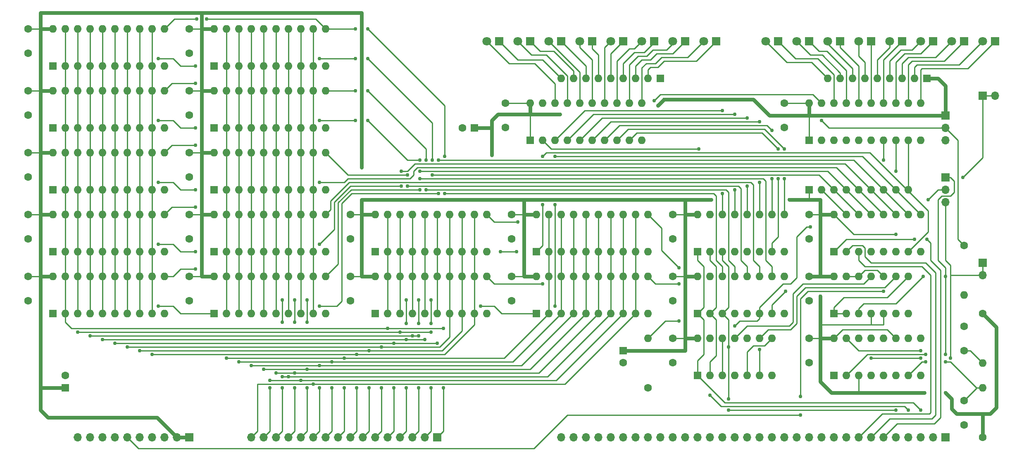
<source format=gtl>
G04 #@! TF.GenerationSoftware,KiCad,Pcbnew,(7.0.0)*
G04 #@! TF.CreationDate,2024-11-17T17:29:26-08:00*
G04 #@! TF.ProjectId,multi_register,6d756c74-695f-4726-9567-69737465722e,rev?*
G04 #@! TF.SameCoordinates,Original*
G04 #@! TF.FileFunction,Copper,L1,Top*
G04 #@! TF.FilePolarity,Positive*
%FSLAX46Y46*%
G04 Gerber Fmt 4.6, Leading zero omitted, Abs format (unit mm)*
G04 Created by KiCad (PCBNEW (7.0.0)) date 2024-11-17 17:29:26*
%MOMM*%
%LPD*%
G01*
G04 APERTURE LIST*
G04 #@! TA.AperFunction,ComponentPad*
%ADD10R,1.600000X1.600000*%
G04 #@! TD*
G04 #@! TA.AperFunction,ComponentPad*
%ADD11O,1.600000X1.600000*%
G04 #@! TD*
G04 #@! TA.AperFunction,ComponentPad*
%ADD12C,1.600000*%
G04 #@! TD*
G04 #@! TA.AperFunction,ComponentPad*
%ADD13R,1.800000X1.800000*%
G04 #@! TD*
G04 #@! TA.AperFunction,ComponentPad*
%ADD14C,1.800000*%
G04 #@! TD*
G04 #@! TA.AperFunction,ComponentPad*
%ADD15R,1.700000X1.700000*%
G04 #@! TD*
G04 #@! TA.AperFunction,ComponentPad*
%ADD16O,1.700000X1.700000*%
G04 #@! TD*
G04 #@! TA.AperFunction,ViaPad*
%ADD17C,0.762000*%
G04 #@! TD*
G04 #@! TA.AperFunction,Conductor*
%ADD18C,0.254000*%
G04 #@! TD*
G04 #@! TA.AperFunction,Conductor*
%ADD19C,0.762000*%
G04 #@! TD*
G04 APERTURE END LIST*
D10*
X91439999Y-119379999D03*
D11*
X93979999Y-119379999D03*
X96519999Y-119379999D03*
X99059999Y-119379999D03*
X101599999Y-119379999D03*
X104139999Y-119379999D03*
X106679999Y-119379999D03*
X109219999Y-119379999D03*
X111759999Y-119379999D03*
X114299999Y-119379999D03*
X114299999Y-111759999D03*
X111759999Y-111759999D03*
X109219999Y-111759999D03*
X106679999Y-111759999D03*
X104139999Y-111759999D03*
X101599999Y-111759999D03*
X99059999Y-111759999D03*
X96519999Y-111759999D03*
X93979999Y-111759999D03*
X91439999Y-111759999D03*
D12*
X245110000Y-122000000D03*
X245110000Y-127000000D03*
D10*
X124459999Y-119379999D03*
D11*
X126999999Y-119379999D03*
X129539999Y-119379999D03*
X132079999Y-119379999D03*
X134619999Y-119379999D03*
X137159999Y-119379999D03*
X139699999Y-119379999D03*
X142239999Y-119379999D03*
X144779999Y-119379999D03*
X147319999Y-119379999D03*
X147319999Y-111759999D03*
X144779999Y-111759999D03*
X142239999Y-111759999D03*
X139699999Y-111759999D03*
X137159999Y-111759999D03*
X134619999Y-111759999D03*
X132079999Y-111759999D03*
X129539999Y-111759999D03*
X126999999Y-111759999D03*
X124459999Y-111759999D03*
D12*
X53340000Y-65960000D03*
X53340000Y-60960000D03*
D13*
X187959999Y-63499999D03*
D14*
X185420000Y-63500000D03*
D12*
X208280000Y-81200000D03*
X208280000Y-76200000D03*
X248920000Y-119380000D03*
D11*
X248919999Y-129539999D03*
D10*
X91439999Y-81279999D03*
D11*
X93979999Y-81279999D03*
X96519999Y-81279999D03*
X99059999Y-81279999D03*
X101599999Y-81279999D03*
X104139999Y-81279999D03*
X106679999Y-81279999D03*
X109219999Y-81279999D03*
X111759999Y-81279999D03*
X114299999Y-81279999D03*
X114299999Y-73659999D03*
X111759999Y-73659999D03*
X109219999Y-73659999D03*
X106679999Y-73659999D03*
X104139999Y-73659999D03*
X101599999Y-73659999D03*
X99059999Y-73659999D03*
X96519999Y-73659999D03*
X93979999Y-73659999D03*
X91439999Y-73659999D03*
D12*
X245110000Y-105410000D03*
D11*
X245109999Y-115569999D03*
D12*
X151130000Y-81200000D03*
X151130000Y-76200000D03*
D10*
X91439999Y-68579999D03*
D11*
X93979999Y-68579999D03*
X96519999Y-68579999D03*
X99059999Y-68579999D03*
X101599999Y-68579999D03*
X104139999Y-68579999D03*
X106679999Y-68579999D03*
X109219999Y-68579999D03*
X111759999Y-68579999D03*
X114299999Y-68579999D03*
X114299999Y-60959999D03*
X111759999Y-60959999D03*
X109219999Y-60959999D03*
X106679999Y-60959999D03*
X104139999Y-60959999D03*
X101599999Y-60959999D03*
X99059999Y-60959999D03*
X96519999Y-60959999D03*
X93979999Y-60959999D03*
X91439999Y-60959999D03*
D10*
X190499999Y-106679999D03*
D11*
X193039999Y-106679999D03*
X195579999Y-106679999D03*
X198119999Y-106679999D03*
X200659999Y-106679999D03*
X203199999Y-106679999D03*
X205739999Y-106679999D03*
X208279999Y-106679999D03*
X208279999Y-99059999D03*
X205739999Y-99059999D03*
X203199999Y-99059999D03*
X200659999Y-99059999D03*
X198119999Y-99059999D03*
X195579999Y-99059999D03*
X193039999Y-99059999D03*
X190499999Y-99059999D03*
D13*
X251459999Y-63499999D03*
D14*
X248920000Y-63500000D03*
D13*
X213359999Y-63499999D03*
D14*
X210820000Y-63500000D03*
D13*
X245109999Y-63499999D03*
D14*
X242570000Y-63500000D03*
D10*
X213359999Y-83819999D03*
D11*
X215899999Y-83819999D03*
X218439999Y-83819999D03*
X220979999Y-83819999D03*
X223519999Y-83819999D03*
X226059999Y-83819999D03*
X228599999Y-83819999D03*
X231139999Y-83819999D03*
X233679999Y-83819999D03*
X236219999Y-83819999D03*
X236219999Y-76199999D03*
X233679999Y-76199999D03*
X231139999Y-76199999D03*
X228599999Y-76199999D03*
X226059999Y-76199999D03*
X223519999Y-76199999D03*
X220979999Y-76199999D03*
X218439999Y-76199999D03*
X215899999Y-76199999D03*
X213359999Y-76199999D03*
D13*
X149796499Y-63499999D03*
D14*
X147256500Y-63500000D03*
D12*
X86360000Y-65960000D03*
X86360000Y-60960000D03*
X53340000Y-104060000D03*
X53340000Y-99060000D03*
D10*
X60959999Y-134619999D03*
D12*
X60960000Y-132120000D03*
D13*
X207009999Y-63499999D03*
D14*
X204470000Y-63500000D03*
D13*
X181609999Y-63499999D03*
D14*
X179070000Y-63500000D03*
D12*
X185420000Y-104060000D03*
X185420000Y-99060000D03*
X248920000Y-144780000D03*
D11*
X248919999Y-134619999D03*
D15*
X241299999Y-78739999D03*
D16*
X241299999Y-81279999D03*
X241299999Y-83819999D03*
D13*
X219709999Y-63499999D03*
D14*
X217170000Y-63500000D03*
D10*
X58419999Y-119379999D03*
D11*
X60959999Y-119379999D03*
X63499999Y-119379999D03*
X66039999Y-119379999D03*
X68579999Y-119379999D03*
X71119999Y-119379999D03*
X73659999Y-119379999D03*
X76199999Y-119379999D03*
X78739999Y-119379999D03*
X81279999Y-119379999D03*
X81279999Y-111759999D03*
X78739999Y-111759999D03*
X76199999Y-111759999D03*
X73659999Y-111759999D03*
X71119999Y-111759999D03*
X68579999Y-111759999D03*
X66039999Y-111759999D03*
X63499999Y-111759999D03*
X60959999Y-111759999D03*
X58419999Y-111759999D03*
D12*
X245110000Y-142240000D03*
X245110000Y-137240000D03*
X213360000Y-116760000D03*
X213360000Y-111760000D03*
D10*
X91439999Y-106679999D03*
D11*
X93979999Y-106679999D03*
X96519999Y-106679999D03*
X99059999Y-106679999D03*
X101599999Y-106679999D03*
X104139999Y-106679999D03*
X106679999Y-106679999D03*
X109219999Y-106679999D03*
X111759999Y-106679999D03*
X114299999Y-106679999D03*
X114299999Y-99059999D03*
X111759999Y-99059999D03*
X109219999Y-99059999D03*
X106679999Y-99059999D03*
X104139999Y-99059999D03*
X101599999Y-99059999D03*
X99059999Y-99059999D03*
X96519999Y-99059999D03*
X93979999Y-99059999D03*
X91439999Y-99059999D03*
D15*
X248919999Y-74675999D03*
D16*
X251459999Y-74675999D03*
D10*
X175259999Y-126999999D03*
D12*
X175260000Y-129500000D03*
D13*
X194309999Y-63499999D03*
D14*
X191770000Y-63500000D03*
D10*
X218439999Y-106679999D03*
D11*
X220979999Y-106679999D03*
X223519999Y-106679999D03*
X226059999Y-106679999D03*
X228599999Y-106679999D03*
X231139999Y-106679999D03*
X233679999Y-106679999D03*
X236219999Y-106679999D03*
X236219999Y-99059999D03*
X233679999Y-99059999D03*
X231139999Y-99059999D03*
X228599999Y-99059999D03*
X226059999Y-99059999D03*
X223519999Y-99059999D03*
X220979999Y-99059999D03*
X218439999Y-99059999D03*
D10*
X218439999Y-119379999D03*
D11*
X220979999Y-119379999D03*
X223519999Y-119379999D03*
X226059999Y-119379999D03*
X228599999Y-119379999D03*
X231139999Y-119379999D03*
X233679999Y-119379999D03*
X233679999Y-111759999D03*
X231139999Y-111759999D03*
X228599999Y-111759999D03*
X226059999Y-111759999D03*
X223519999Y-111759999D03*
X220979999Y-111759999D03*
X218439999Y-111759999D03*
D12*
X86360000Y-78660000D03*
X86360000Y-73660000D03*
D10*
X58419999Y-81279999D03*
D11*
X60959999Y-81279999D03*
X63499999Y-81279999D03*
X66039999Y-81279999D03*
X68579999Y-81279999D03*
X71119999Y-81279999D03*
X73659999Y-81279999D03*
X76199999Y-81279999D03*
X78739999Y-81279999D03*
X81279999Y-81279999D03*
X81279999Y-73659999D03*
X78739999Y-73659999D03*
X76199999Y-73659999D03*
X73659999Y-73659999D03*
X71119999Y-73659999D03*
X68579999Y-73659999D03*
X66039999Y-73659999D03*
X63499999Y-73659999D03*
X60959999Y-73659999D03*
X58419999Y-73659999D03*
D13*
X226059999Y-63499999D03*
D14*
X223520000Y-63500000D03*
D10*
X144779999Y-81279999D03*
D12*
X142280000Y-81280000D03*
X152400000Y-104060000D03*
X152400000Y-99060000D03*
X53340000Y-78660000D03*
X53340000Y-73660000D03*
X213360000Y-104060000D03*
X213360000Y-99060000D03*
D10*
X58419999Y-93979999D03*
D11*
X60959999Y-93979999D03*
X63499999Y-93979999D03*
X66039999Y-93979999D03*
X68579999Y-93979999D03*
X71119999Y-93979999D03*
X73659999Y-93979999D03*
X76199999Y-93979999D03*
X78739999Y-93979999D03*
X81279999Y-93979999D03*
X81279999Y-86359999D03*
X78739999Y-86359999D03*
X76199999Y-86359999D03*
X73659999Y-86359999D03*
X71119999Y-86359999D03*
X68579999Y-86359999D03*
X66039999Y-86359999D03*
X63499999Y-86359999D03*
X60959999Y-86359999D03*
X58419999Y-86359999D03*
D12*
X119380000Y-104060000D03*
X119380000Y-99060000D03*
D10*
X182879999Y-71119999D03*
D11*
X180339999Y-71119999D03*
X177799999Y-71119999D03*
X175259999Y-71119999D03*
X172719999Y-71119999D03*
X170179999Y-71119999D03*
X167639999Y-71119999D03*
X165099999Y-71119999D03*
X162559999Y-71119999D03*
D12*
X185420000Y-116760000D03*
X185420000Y-111760000D03*
X86360000Y-116760000D03*
X86360000Y-111760000D03*
X53340000Y-91360000D03*
X53340000Y-86360000D03*
D10*
X218439999Y-132079999D03*
D11*
X220979999Y-132079999D03*
X223519999Y-132079999D03*
X226059999Y-132079999D03*
X228599999Y-132079999D03*
X231139999Y-132079999D03*
X233679999Y-132079999D03*
X236219999Y-132079999D03*
X236219999Y-124459999D03*
X233679999Y-124459999D03*
X231139999Y-124459999D03*
X228599999Y-124459999D03*
X226059999Y-124459999D03*
X223519999Y-124459999D03*
X220979999Y-124459999D03*
X218439999Y-124459999D03*
D15*
X86359999Y-144779999D03*
D16*
X83819999Y-144779999D03*
X81279999Y-144779999D03*
X78739999Y-144779999D03*
X76199999Y-144779999D03*
X73659999Y-144779999D03*
X71119999Y-144779999D03*
X68579999Y-144779999D03*
X66039999Y-144779999D03*
X63499999Y-144779999D03*
D13*
X232409999Y-63499999D03*
D14*
X229870000Y-63500000D03*
D13*
X238759999Y-63499999D03*
D14*
X236220000Y-63500000D03*
D12*
X53340000Y-116760000D03*
X53340000Y-111760000D03*
X86360000Y-91360000D03*
X86360000Y-86360000D03*
X152400000Y-116760000D03*
X152400000Y-111760000D03*
D15*
X137159999Y-144779999D03*
D16*
X134619999Y-144779999D03*
X132079999Y-144779999D03*
X129539999Y-144779999D03*
X126999999Y-144779999D03*
X124459999Y-144779999D03*
X121919999Y-144779999D03*
X119379999Y-144779999D03*
X116839999Y-144779999D03*
X114299999Y-144779999D03*
X111759999Y-144779999D03*
X109219999Y-144779999D03*
X106679999Y-144779999D03*
X104139999Y-144779999D03*
X101599999Y-144779999D03*
X99059999Y-144779999D03*
D10*
X190489999Y-119379999D03*
D11*
X193029999Y-119379999D03*
X195569999Y-119379999D03*
X198109999Y-119379999D03*
X200649999Y-119379999D03*
X203189999Y-119379999D03*
X205729999Y-119379999D03*
X208269999Y-119379999D03*
X208269999Y-111759999D03*
X205729999Y-111759999D03*
X203189999Y-111759999D03*
X200649999Y-111759999D03*
X198109999Y-111759999D03*
X195569999Y-111759999D03*
X193029999Y-111759999D03*
X190489999Y-111759999D03*
D10*
X213359999Y-93979999D03*
D11*
X215899999Y-93979999D03*
X218439999Y-93979999D03*
X220979999Y-93979999D03*
X223519999Y-93979999D03*
X226059999Y-93979999D03*
X228599999Y-93979999D03*
X231139999Y-93979999D03*
X233679999Y-93979999D03*
D10*
X190499999Y-132079999D03*
D11*
X193039999Y-132079999D03*
X195579999Y-132079999D03*
X198119999Y-132079999D03*
X200659999Y-132079999D03*
X203199999Y-132079999D03*
X205739999Y-132079999D03*
X205739999Y-124459999D03*
X203199999Y-124459999D03*
X200659999Y-124459999D03*
X198119999Y-124459999D03*
X195579999Y-124459999D03*
X193039999Y-124459999D03*
X190499999Y-124459999D03*
D10*
X124459999Y-106679999D03*
D11*
X126999999Y-106679999D03*
X129539999Y-106679999D03*
X132079999Y-106679999D03*
X134619999Y-106679999D03*
X137159999Y-106679999D03*
X139699999Y-106679999D03*
X142239999Y-106679999D03*
X144779999Y-106679999D03*
X147319999Y-106679999D03*
X147319999Y-99059999D03*
X144779999Y-99059999D03*
X142239999Y-99059999D03*
X139699999Y-99059999D03*
X137159999Y-99059999D03*
X134619999Y-99059999D03*
X132079999Y-99059999D03*
X129539999Y-99059999D03*
X126999999Y-99059999D03*
X124459999Y-99059999D03*
D10*
X157479999Y-106679999D03*
D11*
X160019999Y-106679999D03*
X162559999Y-106679999D03*
X165099999Y-106679999D03*
X167639999Y-106679999D03*
X170179999Y-106679999D03*
X172719999Y-106679999D03*
X175259999Y-106679999D03*
X177799999Y-106679999D03*
X180339999Y-106679999D03*
X180339999Y-99059999D03*
X177799999Y-99059999D03*
X175259999Y-99059999D03*
X172719999Y-99059999D03*
X170179999Y-99059999D03*
X167639999Y-99059999D03*
X165099999Y-99059999D03*
X162559999Y-99059999D03*
X160019999Y-99059999D03*
X157479999Y-99059999D03*
D15*
X241299999Y-91439999D03*
D16*
X241299999Y-93979999D03*
X241299999Y-96519999D03*
D12*
X119380000Y-116760000D03*
X119380000Y-111760000D03*
D13*
X168909999Y-63499999D03*
D14*
X166370000Y-63500000D03*
D12*
X213360000Y-129460000D03*
X213360000Y-124460000D03*
D15*
X248919999Y-108965999D03*
D16*
X248919999Y-111505999D03*
D15*
X241299999Y-144779999D03*
D16*
X238759999Y-144779999D03*
X236219999Y-144779999D03*
X233679999Y-144779999D03*
X231139999Y-144779999D03*
X228599999Y-144779999D03*
X226059999Y-144779999D03*
X223519999Y-144779999D03*
X220979999Y-144779999D03*
X218439999Y-144779999D03*
X215899999Y-144779999D03*
X213359999Y-144779999D03*
X210819999Y-144779999D03*
X208279999Y-144779999D03*
X205739999Y-144779999D03*
X203199999Y-144779999D03*
X200659999Y-144779999D03*
X198119999Y-144779999D03*
X195579999Y-144779999D03*
X193039999Y-144779999D03*
X190499999Y-144779999D03*
X187959999Y-144779999D03*
X185419999Y-144779999D03*
X182879999Y-144779999D03*
X180339999Y-144779999D03*
X177799999Y-144779999D03*
X175259999Y-144779999D03*
X172719999Y-144779999D03*
X170179999Y-144779999D03*
X167639999Y-144779999D03*
X165099999Y-144779999D03*
X162559999Y-144779999D03*
D13*
X162559999Y-63499999D03*
D14*
X160020000Y-63500000D03*
D12*
X185420000Y-129460000D03*
X185420000Y-124460000D03*
D13*
X175259999Y-63499999D03*
D14*
X172720000Y-63500000D03*
D10*
X91439999Y-93979999D03*
D11*
X93979999Y-93979999D03*
X96519999Y-93979999D03*
X99059999Y-93979999D03*
X101599999Y-93979999D03*
X104139999Y-93979999D03*
X106679999Y-93979999D03*
X109219999Y-93979999D03*
X111759999Y-93979999D03*
X114299999Y-93979999D03*
X114299999Y-86359999D03*
X111759999Y-86359999D03*
X109219999Y-86359999D03*
X106679999Y-86359999D03*
X104139999Y-86359999D03*
X101599999Y-86359999D03*
X99059999Y-86359999D03*
X96519999Y-86359999D03*
X93979999Y-86359999D03*
X91439999Y-86359999D03*
D12*
X180340000Y-134620000D03*
D11*
X180339999Y-124459999D03*
D10*
X156209999Y-83819999D03*
D11*
X158749999Y-83819999D03*
X161289999Y-83819999D03*
X163829999Y-83819999D03*
X166369999Y-83819999D03*
X168909999Y-83819999D03*
X171449999Y-83819999D03*
X173989999Y-83819999D03*
X176529999Y-83819999D03*
X179069999Y-83819999D03*
X179069999Y-76199999D03*
X176529999Y-76199999D03*
X173989999Y-76199999D03*
X171449999Y-76199999D03*
X168909999Y-76199999D03*
X166369999Y-76199999D03*
X163829999Y-76199999D03*
X161289999Y-76199999D03*
X158749999Y-76199999D03*
X156209999Y-76199999D03*
D10*
X157479999Y-119379999D03*
D11*
X160019999Y-119379999D03*
X162559999Y-119379999D03*
X165099999Y-119379999D03*
X167639999Y-119379999D03*
X170179999Y-119379999D03*
X172719999Y-119379999D03*
X175259999Y-119379999D03*
X177799999Y-119379999D03*
X180339999Y-119379999D03*
X180339999Y-111759999D03*
X177799999Y-111759999D03*
X175259999Y-111759999D03*
X172719999Y-111759999D03*
X170179999Y-111759999D03*
X167639999Y-111759999D03*
X165099999Y-111759999D03*
X162559999Y-111759999D03*
X160019999Y-111759999D03*
X157479999Y-111759999D03*
D12*
X86360000Y-104060000D03*
X86360000Y-99060000D03*
D13*
X156209999Y-63499999D03*
D14*
X153670000Y-63500000D03*
D10*
X58419999Y-106679999D03*
D11*
X60959999Y-106679999D03*
X63499999Y-106679999D03*
X66039999Y-106679999D03*
X68579999Y-106679999D03*
X71119999Y-106679999D03*
X73659999Y-106679999D03*
X76199999Y-106679999D03*
X78739999Y-106679999D03*
X81279999Y-106679999D03*
X81279999Y-99059999D03*
X78739999Y-99059999D03*
X76199999Y-99059999D03*
X73659999Y-99059999D03*
X71119999Y-99059999D03*
X68579999Y-99059999D03*
X66039999Y-99059999D03*
X63499999Y-99059999D03*
X60959999Y-99059999D03*
X58419999Y-99059999D03*
D10*
X58419999Y-68579999D03*
D11*
X60959999Y-68579999D03*
X63499999Y-68579999D03*
X66039999Y-68579999D03*
X68579999Y-68579999D03*
X71119999Y-68579999D03*
X73659999Y-68579999D03*
X76199999Y-68579999D03*
X78739999Y-68579999D03*
X81279999Y-68579999D03*
X81279999Y-60959999D03*
X78739999Y-60959999D03*
X76199999Y-60959999D03*
X73659999Y-60959999D03*
X71119999Y-60959999D03*
X68579999Y-60959999D03*
X66039999Y-60959999D03*
X63499999Y-60959999D03*
X60959999Y-60959999D03*
X58419999Y-60959999D03*
D10*
X237489999Y-71119999D03*
D11*
X234949999Y-71119999D03*
X232409999Y-71119999D03*
X229869999Y-71119999D03*
X227329999Y-71119999D03*
X224789999Y-71119999D03*
X222249999Y-71119999D03*
X219709999Y-71119999D03*
X217169999Y-71119999D03*
D17*
X236982000Y-135636000D03*
X162306000Y-78486000D03*
X210566000Y-96012000D03*
X148336000Y-86868000D03*
X193294000Y-96012000D03*
X121666000Y-96774000D03*
X121666000Y-87884000D03*
X148336000Y-85344000D03*
X215646000Y-117094000D03*
X147320000Y-96012000D03*
X182372000Y-76708000D03*
X149352000Y-96012000D03*
X192024000Y-96012000D03*
X215646000Y-111760000D03*
X160528000Y-78486000D03*
X183642000Y-75438000D03*
X242570000Y-136906000D03*
X187960000Y-105156000D03*
X215646000Y-115824000D03*
X209296000Y-96012000D03*
X215646000Y-110236000D03*
X231140000Y-103124000D03*
X121666000Y-98298000D03*
X121666000Y-89408000D03*
X235458000Y-135636000D03*
X241300000Y-135636000D03*
X110490000Y-121158000D03*
X135890000Y-121412000D03*
X133350000Y-121412000D03*
X105410000Y-116586000D03*
X130810000Y-116586000D03*
X133350000Y-116586000D03*
X135890000Y-116586000D03*
X107950000Y-121158000D03*
X105410000Y-121158000D03*
X130810000Y-121412000D03*
X107950000Y-116586000D03*
X110490000Y-116586000D03*
X138430000Y-134620000D03*
X138430000Y-122428000D03*
X127000000Y-122428000D03*
X135890000Y-123190000D03*
X135890000Y-134620000D03*
X129540000Y-123190000D03*
X63500000Y-123190000D03*
X133350000Y-123952000D03*
X66040000Y-123952000D03*
X132080000Y-123952000D03*
X133350000Y-134620000D03*
X130810000Y-124714000D03*
X130810000Y-134620000D03*
X134620000Y-124714000D03*
X68580000Y-124714000D03*
X128270000Y-134620000D03*
X128270000Y-125476000D03*
X137160000Y-125476000D03*
X71120000Y-125476000D03*
X125730000Y-134620000D03*
X125730000Y-126238000D03*
X73660000Y-126238000D03*
X123190000Y-134620000D03*
X76200000Y-127000000D03*
X123190000Y-127000000D03*
X78740000Y-127762000D03*
X120650000Y-134620000D03*
X120650000Y-127762000D03*
X118110000Y-134620000D03*
X93980000Y-128524000D03*
X118110000Y-128524000D03*
X115570000Y-134620000D03*
X115570000Y-129286000D03*
X96520000Y-129286000D03*
X99060000Y-130048000D03*
X113030000Y-130048000D03*
X113030000Y-134620000D03*
X101600000Y-130810000D03*
X110490000Y-134620000D03*
X110490000Y-130810000D03*
X107950000Y-134620000D03*
X107950000Y-131572000D03*
X104140000Y-131572000D03*
X106680000Y-132334000D03*
X105410000Y-132334000D03*
X105410000Y-134620000D03*
X109220000Y-133096000D03*
X102870000Y-133096000D03*
X102870000Y-134620000D03*
X111760000Y-133858000D03*
X211582000Y-140208000D03*
X211582000Y-136398000D03*
X228600000Y-114808000D03*
X236220000Y-139192000D03*
X233680000Y-139192000D03*
X193040000Y-136144000D03*
X196850000Y-136906000D03*
X231140000Y-139192000D03*
X196850000Y-126238000D03*
X196850000Y-139192000D03*
X237490000Y-104140000D03*
X234950000Y-104140000D03*
X215900000Y-79756000D03*
X181610000Y-75692000D03*
X87630000Y-68580000D03*
X80010000Y-67056000D03*
X120396000Y-67056000D03*
X136144000Y-87884000D03*
X122936000Y-67056000D03*
X113030000Y-67056000D03*
X136144000Y-90932000D03*
X87884000Y-58928000D03*
X122936000Y-60960000D03*
X138684000Y-94742000D03*
X89916000Y-58928000D03*
X138684000Y-87122000D03*
X120396000Y-60960000D03*
X122936000Y-79756000D03*
X80010000Y-79756000D03*
X120396000Y-79756000D03*
X133604000Y-87884000D03*
X113030000Y-79756000D03*
X87630000Y-81280000D03*
X133604000Y-90170000D03*
X120396000Y-73660000D03*
X134874000Y-93980000D03*
X122936000Y-73660000D03*
X87630000Y-72136000D03*
X134874000Y-87884000D03*
X113030000Y-92456000D03*
X80010000Y-92456000D03*
X87630000Y-93980000D03*
X131064000Y-90932000D03*
X87630000Y-84836000D03*
X131064000Y-93218000D03*
X113030000Y-105156000D03*
X129794000Y-90170000D03*
X129794000Y-93218000D03*
X80010000Y-105156000D03*
X87630000Y-106680000D03*
X87630000Y-97536000D03*
X113030000Y-117856000D03*
X228600000Y-87884000D03*
X137414000Y-87884000D03*
X80010000Y-117856000D03*
X137414000Y-94742000D03*
X133604000Y-91694000D03*
X133604000Y-93980000D03*
X87630000Y-110236000D03*
X146050000Y-117856000D03*
X231140000Y-90170000D03*
X161290000Y-87122000D03*
X161290000Y-117856000D03*
X161290000Y-97028000D03*
X158750000Y-113284000D03*
X186690000Y-113284000D03*
X237236000Y-129286000D03*
X241300000Y-129286000D03*
X190754000Y-85598000D03*
X195580000Y-77724000D03*
X195580000Y-94742000D03*
X198120000Y-93980000D03*
X198120000Y-78486000D03*
X200660000Y-79248000D03*
X200660000Y-93218000D03*
X203200000Y-80010000D03*
X203200000Y-92456000D03*
X205740000Y-91694000D03*
X205740000Y-81788000D03*
X208280000Y-85598000D03*
X208280000Y-91694000D03*
X203200000Y-126746000D03*
X236220000Y-127000000D03*
X244856000Y-91440000D03*
X241300000Y-111760000D03*
X236728000Y-111760000D03*
X241300000Y-127762000D03*
X237236000Y-127762000D03*
X186690000Y-120904000D03*
X213614000Y-101600000D03*
X198120000Y-121920000D03*
X237744000Y-96012000D03*
X236220000Y-128524000D03*
X242316000Y-128524000D03*
X226060000Y-128524000D03*
X150114000Y-106680000D03*
X158750000Y-97028000D03*
X153416000Y-106680000D03*
X158750000Y-87122000D03*
X186690000Y-109982000D03*
X153670000Y-100584000D03*
X208534000Y-114808000D03*
X207010000Y-91694000D03*
X207010000Y-85598000D03*
D18*
X152400000Y-99060000D02*
X154940000Y-99060000D01*
D19*
X156210000Y-78486000D02*
X149606000Y-78486000D01*
X250444000Y-139954000D02*
X251714000Y-138684000D01*
X160528000Y-78486000D02*
X156210000Y-78486000D01*
D18*
X213360000Y-99060000D02*
X215646000Y-99060000D01*
D19*
X88900000Y-111760000D02*
X91440000Y-111760000D01*
X58420000Y-111760000D02*
X55880000Y-111760000D01*
X147320000Y-96012000D02*
X121666000Y-96012000D01*
X88900000Y-86360000D02*
X88900000Y-99060000D01*
D18*
X86360000Y-86360000D02*
X88900000Y-86360000D01*
D19*
X242570000Y-136906000D02*
X241300000Y-135636000D01*
X148336000Y-81280000D02*
X148336000Y-86868000D01*
X88900000Y-99060000D02*
X88900000Y-111760000D01*
D18*
X86360000Y-111760000D02*
X88900000Y-111760000D01*
D19*
X121666000Y-96774000D02*
X121666000Y-98298000D01*
X183642000Y-75438000D02*
X201930000Y-75438000D01*
D18*
X218186000Y-121666000D02*
X228600000Y-121666000D01*
D19*
X192024000Y-96012000D02*
X193294000Y-96012000D01*
X91440000Y-73660000D02*
X88900000Y-73660000D01*
X154940000Y-111760000D02*
X157480000Y-111760000D01*
X213360000Y-96012000D02*
X215646000Y-96012000D01*
X187960000Y-127000000D02*
X187960000Y-124460000D01*
X210566000Y-96012000D02*
X213360000Y-96012000D01*
X154940000Y-96012000D02*
X187960000Y-96012000D01*
D18*
X53340000Y-99060000D02*
X55880000Y-99060000D01*
D19*
X58420000Y-86360000D02*
X55880000Y-86360000D01*
X121666000Y-87884000D02*
X121666000Y-57658000D01*
X121666000Y-99060000D02*
X121666000Y-111760000D01*
X187960000Y-124460000D02*
X190500000Y-124460000D01*
X251714000Y-122174000D02*
X248920000Y-119380000D01*
X215646000Y-119380000D02*
X215646000Y-121412000D01*
X187960000Y-96012000D02*
X187960000Y-99060000D01*
X154940000Y-99060000D02*
X154940000Y-111760000D01*
X58420000Y-99060000D02*
X55880000Y-99060000D01*
D18*
X151130000Y-76200000D02*
X156210000Y-76200000D01*
D19*
X213360000Y-76200000D02*
X213360000Y-78740000D01*
X121666000Y-98298000D02*
X121666000Y-99060000D01*
X187960000Y-111760000D02*
X187960000Y-117856000D01*
X157480000Y-99060000D02*
X154940000Y-99060000D01*
X124460000Y-99060000D02*
X121666000Y-99060000D01*
D18*
X231140000Y-103124000D02*
X222504000Y-103124000D01*
D19*
X58420000Y-60960000D02*
X55880000Y-60960000D01*
X215646000Y-111760000D02*
X218440000Y-111760000D01*
X220980000Y-135636000D02*
X223520000Y-135636000D01*
X215646000Y-124460000D02*
X218440000Y-124460000D01*
X55880000Y-63500000D02*
X55880000Y-57658000D01*
X251714000Y-138684000D02*
X251714000Y-122174000D01*
X215646000Y-115824000D02*
X215646000Y-117094000D01*
X57404000Y-140716000D02*
X79756000Y-140716000D01*
D18*
X53340000Y-86360000D02*
X55880000Y-86360000D01*
D19*
X121666000Y-96012000D02*
X121666000Y-96774000D01*
X201930000Y-75438000D02*
X205232000Y-78740000D01*
X215646000Y-110236000D02*
X215646000Y-111760000D01*
X88900000Y-60960000D02*
X88900000Y-73660000D01*
D18*
X53340000Y-60960000D02*
X55880000Y-60960000D01*
D19*
X79756000Y-140716000D02*
X83820000Y-144780000D01*
D18*
X185420000Y-111760000D02*
X187960000Y-111760000D01*
D19*
X58420000Y-73660000D02*
X55880000Y-73660000D01*
X235458000Y-135636000D02*
X236982000Y-135636000D01*
X55880000Y-86360000D02*
X55880000Y-99060000D01*
X213360000Y-78740000D02*
X241300000Y-78740000D01*
D18*
X222504000Y-103124000D02*
X218440000Y-99060000D01*
D19*
X91440000Y-99060000D02*
X88900000Y-99060000D01*
X215646000Y-99060000D02*
X215646000Y-110236000D01*
X175260000Y-127000000D02*
X187960000Y-127000000D01*
D18*
X228600000Y-121666000D02*
X228600000Y-119380000D01*
D19*
X187960000Y-117856000D02*
X187960000Y-124460000D01*
X55880000Y-63500000D02*
X55880000Y-73660000D01*
X182372000Y-76708000D02*
X183642000Y-75438000D01*
X162306000Y-78486000D02*
X160528000Y-78486000D01*
X187960000Y-99060000D02*
X187960000Y-105156000D01*
D18*
X213360000Y-124460000D02*
X215646000Y-124460000D01*
D19*
X147320000Y-96012000D02*
X154940000Y-96012000D01*
X215646000Y-117094000D02*
X215646000Y-119380000D01*
X242570000Y-138938000D02*
X243586000Y-139954000D01*
X190490000Y-111760000D02*
X187960000Y-111760000D01*
D18*
X86360000Y-73660000D02*
X88900000Y-73660000D01*
D19*
X215646000Y-123444000D02*
X215646000Y-124460000D01*
D18*
X226060000Y-119380000D02*
X226060000Y-121666000D01*
D19*
X187960000Y-105156000D02*
X187960000Y-111760000D01*
X190500000Y-99060000D02*
X187960000Y-99060000D01*
X148336000Y-81280000D02*
X144780000Y-81280000D01*
X209296000Y-96012000D02*
X210566000Y-96012000D01*
X156210000Y-77724000D02*
X156210000Y-76200000D01*
D18*
X208280000Y-76200000D02*
X213360000Y-76200000D01*
D19*
X121666000Y-57658000D02*
X88900000Y-57658000D01*
X215646000Y-121412000D02*
X215646000Y-123444000D01*
X187960000Y-96012000D02*
X192024000Y-96012000D01*
D18*
X215900000Y-121666000D02*
X215646000Y-121412000D01*
D19*
X88900000Y-57658000D02*
X88900000Y-60960000D01*
X248920000Y-139954000D02*
X248920000Y-144780000D01*
D18*
X53340000Y-111760000D02*
X55880000Y-111760000D01*
D19*
X218440000Y-99060000D02*
X215646000Y-99060000D01*
X217932000Y-135636000D02*
X220980000Y-135636000D01*
X55880000Y-57658000D02*
X88900000Y-57658000D01*
D18*
X213360000Y-93980000D02*
X213360000Y-96012000D01*
D19*
X223520000Y-135636000D02*
X235458000Y-135636000D01*
X121666000Y-111760000D02*
X124460000Y-111760000D01*
X237490000Y-71120000D02*
X239776000Y-71120000D01*
D18*
X86360000Y-60960000D02*
X88900000Y-60960000D01*
D19*
X215646000Y-123444000D02*
X215646000Y-133350000D01*
D18*
X156210000Y-83820000D02*
X156210000Y-78486000D01*
D19*
X154940000Y-96012000D02*
X154940000Y-99060000D01*
D18*
X86360000Y-99060000D02*
X88900000Y-99060000D01*
D19*
X148336000Y-79756000D02*
X148336000Y-81280000D01*
D18*
X185420000Y-124460000D02*
X187960000Y-124460000D01*
D19*
X88900000Y-73660000D02*
X88900000Y-86360000D01*
X55880000Y-99060000D02*
X55880000Y-111760000D01*
X215646000Y-96012000D02*
X215646000Y-99060000D01*
X239776000Y-71120000D02*
X241300000Y-72644000D01*
X156210000Y-78486000D02*
X156210000Y-77724000D01*
D18*
X213360000Y-83820000D02*
X213360000Y-78740000D01*
X53340000Y-73660000D02*
X55880000Y-73660000D01*
X119380000Y-111760000D02*
X121666000Y-111760000D01*
D19*
X55880000Y-134620000D02*
X55880000Y-139192000D01*
D18*
X220218000Y-122682000D02*
X218440000Y-124460000D01*
X231140000Y-124460000D02*
X229362000Y-122682000D01*
X185420000Y-99060000D02*
X187960000Y-99060000D01*
D19*
X121666000Y-87884000D02*
X121666000Y-89408000D01*
X55880000Y-111760000D02*
X55880000Y-134620000D01*
X241300000Y-72644000D02*
X241300000Y-78740000D01*
X55880000Y-139192000D02*
X57404000Y-140716000D01*
X242570000Y-136906000D02*
X242570000Y-138938000D01*
X215646000Y-133350000D02*
X217932000Y-135636000D01*
X205232000Y-78740000D02*
X213360000Y-78740000D01*
X91440000Y-60960000D02*
X88900000Y-60960000D01*
X149606000Y-78486000D02*
X148336000Y-79756000D01*
X55880000Y-73660000D02*
X55880000Y-86360000D01*
X55880000Y-60960000D02*
X55880000Y-63500000D01*
X243586000Y-139954000D02*
X250444000Y-139954000D01*
X55880000Y-134620000D02*
X60960000Y-134620000D01*
D18*
X152400000Y-111760000D02*
X154940000Y-111760000D01*
X218186000Y-121666000D02*
X215900000Y-121666000D01*
X223520000Y-132080000D02*
X223520000Y-135636000D01*
D19*
X86360000Y-144780000D02*
X83820000Y-144780000D01*
D18*
X119380000Y-99060000D02*
X121666000Y-99060000D01*
D19*
X215646000Y-111760000D02*
X213360000Y-111760000D01*
X91440000Y-86360000D02*
X88900000Y-86360000D01*
D18*
X229362000Y-122682000D02*
X220218000Y-122682000D01*
X107950000Y-116586000D02*
X107950000Y-121158000D01*
X135890000Y-116586000D02*
X135890000Y-121412000D01*
X130810000Y-116586000D02*
X130810000Y-121412000D01*
X110490000Y-116586000D02*
X110490000Y-121158000D01*
X133350000Y-116586000D02*
X133350000Y-121412000D01*
X105410000Y-116586000D02*
X105410000Y-121158000D01*
X180340000Y-71120000D02*
X180340000Y-69342000D01*
X180848000Y-68834000D02*
X182372000Y-68834000D01*
X180340000Y-69342000D02*
X180848000Y-68834000D01*
X190246000Y-67564000D02*
X194310000Y-63500000D01*
X182372000Y-68834000D02*
X183642000Y-67564000D01*
X183642000Y-67564000D02*
X190246000Y-67564000D01*
X188468000Y-66802000D02*
X183134000Y-66802000D01*
X179070000Y-68961000D02*
X179070000Y-76200000D01*
X181864000Y-68072000D02*
X179959000Y-68072000D01*
X191770000Y-63500000D02*
X188468000Y-66802000D01*
X183134000Y-66802000D02*
X181864000Y-68072000D01*
X179959000Y-68072000D02*
X179070000Y-68961000D01*
X180848000Y-67310000D02*
X179070000Y-67310000D01*
X185420000Y-66040000D02*
X182118000Y-66040000D01*
X182118000Y-66040000D02*
X180848000Y-67310000D01*
X179070000Y-67310000D02*
X177800000Y-68580000D01*
X177800000Y-68580000D02*
X177800000Y-71120000D01*
X187960000Y-63500000D02*
X185420000Y-66040000D01*
X184150000Y-65278000D02*
X181356000Y-65278000D01*
X180086000Y-66548000D02*
X178308000Y-66548000D01*
X185420000Y-64008000D02*
X184150000Y-65278000D01*
X185420000Y-63500000D02*
X185420000Y-64008000D01*
X181356000Y-65278000D02*
X180086000Y-66548000D01*
X178308000Y-66548000D02*
X176530000Y-68326000D01*
X176530000Y-68326000D02*
X176530000Y-76200000D01*
X179578000Y-65786000D02*
X181610000Y-63754000D01*
X175260000Y-71120000D02*
X175260000Y-68072000D01*
X181610000Y-63754000D02*
X181610000Y-63500000D01*
X177546000Y-65786000D02*
X179578000Y-65786000D01*
X175260000Y-68072000D02*
X177546000Y-65786000D01*
X177546000Y-65024000D02*
X176530000Y-65024000D01*
X179070000Y-63500000D02*
X177546000Y-65024000D01*
X173990000Y-67564000D02*
X173990000Y-76200000D01*
X176530000Y-65024000D02*
X173990000Y-67564000D01*
X172720000Y-71120000D02*
X172720000Y-66040000D01*
X172720000Y-66040000D02*
X175260000Y-63500000D01*
X171450000Y-64770000D02*
X171450000Y-76200000D01*
X172720000Y-63500000D02*
X171450000Y-64770000D01*
X168910000Y-65024000D02*
X170180000Y-66294000D01*
X168910000Y-63500000D02*
X168910000Y-65024000D01*
X170180000Y-66294000D02*
X170180000Y-71120000D01*
X166370000Y-64770000D02*
X168910000Y-67310000D01*
X168910000Y-67310000D02*
X168910000Y-76200000D01*
X166370000Y-63500000D02*
X166370000Y-64770000D01*
X162560000Y-63500000D02*
X167640000Y-68580000D01*
X167640000Y-68580000D02*
X167640000Y-71120000D01*
X166370000Y-76200000D02*
X166370000Y-69850000D01*
X166370000Y-69850000D02*
X160020000Y-63500000D01*
X158242000Y-65532000D02*
X156210000Y-63500000D01*
X165100000Y-71120000D02*
X165100000Y-69596000D01*
X161036000Y-65532000D02*
X158242000Y-65532000D01*
X165100000Y-69596000D02*
X161036000Y-65532000D01*
X156464000Y-66294000D02*
X153670000Y-63500000D01*
X163830000Y-76200000D02*
X163830000Y-70612000D01*
X159512000Y-66294000D02*
X156464000Y-66294000D01*
X163830000Y-70612000D02*
X159512000Y-66294000D01*
X153606500Y-67310000D02*
X149796500Y-63500000D01*
X162560000Y-71120000D02*
X158750000Y-67310000D01*
X158750000Y-67310000D02*
X153606500Y-67310000D01*
X60960000Y-119380000D02*
X60960000Y-121158000D01*
X60960000Y-119380000D02*
X60960000Y-60960000D01*
X60960000Y-121158000D02*
X62230000Y-122428000D01*
X138430000Y-143510000D02*
X138430000Y-134620000D01*
X62230000Y-122428000D02*
X127000000Y-122428000D01*
X127000000Y-99060000D02*
X127000000Y-119380000D01*
X137160000Y-144780000D02*
X138430000Y-143510000D01*
X138430000Y-122428000D02*
X127000000Y-122428000D01*
X135890000Y-143510000D02*
X135890000Y-134620000D01*
X129540000Y-99060000D02*
X129540000Y-119380000D01*
X134620000Y-144780000D02*
X135890000Y-143510000D01*
X63500000Y-60960000D02*
X63500000Y-119380000D01*
X129540000Y-123190000D02*
X135890000Y-123190000D01*
X129540000Y-123190000D02*
X63500000Y-123190000D01*
X132080000Y-123952000D02*
X66040000Y-123952000D01*
X133350000Y-123952000D02*
X132080000Y-123952000D01*
X66040000Y-119380000D02*
X66040000Y-60960000D01*
X132080000Y-99060000D02*
X132080000Y-119380000D01*
X132080000Y-144780000D02*
X133350000Y-143510000D01*
X133350000Y-143510000D02*
X133350000Y-134620000D01*
X134620000Y-99060000D02*
X134620000Y-119380000D01*
X130810000Y-143510000D02*
X130810000Y-134620000D01*
X134620000Y-124714000D02*
X130810000Y-124714000D01*
X129540000Y-144780000D02*
X130810000Y-143510000D01*
X130810000Y-124714000D02*
X68580000Y-124714000D01*
X68580000Y-60960000D02*
X68580000Y-119380000D01*
X71120000Y-119380000D02*
X71120000Y-60960000D01*
X127000000Y-144780000D02*
X128270000Y-143510000D01*
X128270000Y-143510000D02*
X128270000Y-134620000D01*
X128270000Y-125476000D02*
X71120000Y-125476000D01*
X137160000Y-99060000D02*
X137160000Y-119380000D01*
X137160000Y-125476000D02*
X128270000Y-125476000D01*
X139700000Y-99060000D02*
X139700000Y-119380000D01*
X125730000Y-143256000D02*
X125730000Y-134620000D01*
X73660000Y-60960000D02*
X73660000Y-119380000D01*
X139700000Y-124206000D02*
X137668000Y-126238000D01*
X139700000Y-119380000D02*
X139700000Y-124206000D01*
X125730000Y-126238000D02*
X73660000Y-126238000D01*
X137668000Y-126238000D02*
X125730000Y-126238000D01*
X124460000Y-144780000D02*
X125730000Y-143510000D01*
X125730000Y-143510000D02*
X125730000Y-143256000D01*
X121920000Y-144780000D02*
X123190000Y-143510000D01*
X123190000Y-127000000D02*
X138176000Y-127000000D01*
X142240000Y-99060000D02*
X142240000Y-119380000D01*
X123190000Y-127000000D02*
X76200000Y-127000000D01*
X123190000Y-143510000D02*
X123190000Y-134620000D01*
X138176000Y-127000000D02*
X142240000Y-122936000D01*
X142240000Y-122936000D02*
X142240000Y-119380000D01*
X76200000Y-119380000D02*
X76200000Y-60960000D01*
X120650000Y-143510000D02*
X120650000Y-134620000D01*
X138684000Y-127762000D02*
X144780000Y-121666000D01*
X144780000Y-121666000D02*
X144780000Y-119380000D01*
X119380000Y-144780000D02*
X120650000Y-143510000D01*
X120650000Y-127762000D02*
X138684000Y-127762000D01*
X144780000Y-99060000D02*
X144780000Y-119380000D01*
X78740000Y-60960000D02*
X78740000Y-119380000D01*
X120650000Y-127762000D02*
X78740000Y-127762000D01*
X151828500Y-68072000D02*
X147256500Y-63500000D01*
X161290000Y-76200000D02*
X161290000Y-72263000D01*
X161290000Y-72263000D02*
X157099000Y-68072000D01*
X157099000Y-68072000D02*
X151828500Y-68072000D01*
X150876000Y-128524000D02*
X118110000Y-128524000D01*
X160020000Y-119380000D02*
X150876000Y-128524000D01*
X93980000Y-119380000D02*
X93980000Y-60960000D01*
X118110000Y-128524000D02*
X93980000Y-128524000D01*
X118110000Y-143510000D02*
X118110000Y-134620000D01*
X116840000Y-144780000D02*
X118110000Y-143510000D01*
X160020000Y-99060000D02*
X160020000Y-119380000D01*
X115570000Y-143510000D02*
X115570000Y-134620000D01*
X162560000Y-99060000D02*
X162560000Y-119380000D01*
X96520000Y-60960000D02*
X96520000Y-119380000D01*
X152654000Y-129286000D02*
X162560000Y-119380000D01*
X115570000Y-129286000D02*
X152654000Y-129286000D01*
X96520000Y-129286000D02*
X115570000Y-129286000D01*
X114300000Y-144780000D02*
X115570000Y-143510000D01*
X113030000Y-143510000D02*
X111760000Y-144780000D01*
X165100000Y-119380000D02*
X154432000Y-130048000D01*
X113030000Y-134620000D02*
X113030000Y-143510000D01*
X165100000Y-99060000D02*
X165100000Y-119380000D01*
X154432000Y-130048000D02*
X113030000Y-130048000D01*
X99060000Y-119380000D02*
X99060000Y-60960000D01*
X113030000Y-130048000D02*
X99060000Y-130048000D01*
X167640000Y-99060000D02*
X167640000Y-119380000D01*
X156210000Y-130810000D02*
X110490000Y-130810000D01*
X110490000Y-143510000D02*
X110490000Y-134620000D01*
X167640000Y-119380000D02*
X156210000Y-130810000D01*
X109220000Y-144780000D02*
X110490000Y-143510000D01*
X110490000Y-130810000D02*
X101600000Y-130810000D01*
X101600000Y-60960000D02*
X101600000Y-119380000D01*
X157988000Y-131572000D02*
X107950000Y-131572000D01*
X107950000Y-143510000D02*
X107950000Y-134620000D01*
X107950000Y-131572000D02*
X104140000Y-131572000D01*
X170180000Y-119380000D02*
X157988000Y-131572000D01*
X170180000Y-99060000D02*
X170180000Y-119380000D01*
X104140000Y-119380000D02*
X104140000Y-60960000D01*
X106680000Y-144780000D02*
X107950000Y-143510000D01*
X106680000Y-60960000D02*
X106680000Y-119380000D01*
X159766000Y-132334000D02*
X107950000Y-132334000D01*
X104140000Y-144780000D02*
X105410000Y-143510000D01*
X106680000Y-132334000D02*
X105410000Y-132334000D01*
X107950000Y-132334000D02*
X106680000Y-132334000D01*
X172720000Y-119380000D02*
X159766000Y-132334000D01*
X172720000Y-99060000D02*
X172720000Y-119380000D01*
X105410000Y-143510000D02*
X105410000Y-134620000D01*
X175260000Y-119380000D02*
X161544000Y-133096000D01*
X175260000Y-119380000D02*
X175260000Y-99060000D01*
X161544000Y-133096000D02*
X109220000Y-133096000D01*
X102870000Y-134620000D02*
X102870000Y-143510000D01*
X109220000Y-119380000D02*
X109220000Y-60960000D01*
X102870000Y-143510000D02*
X101600000Y-144780000D01*
X109220000Y-133096000D02*
X102870000Y-133096000D01*
X99060000Y-144780000D02*
X100330000Y-143510000D01*
X100330000Y-143510000D02*
X100330000Y-133858000D01*
X177800000Y-119380000D02*
X163322000Y-133858000D01*
X111760000Y-60960000D02*
X111760000Y-119380000D01*
X100330000Y-133858000D02*
X111760000Y-133858000D01*
X177800000Y-99060000D02*
X177800000Y-119380000D01*
X163322000Y-133858000D02*
X111760000Y-133858000D01*
X236220000Y-69342000D02*
X236220000Y-76200000D01*
X245872000Y-69088000D02*
X236474000Y-69088000D01*
X236474000Y-69088000D02*
X236220000Y-69342000D01*
X251460000Y-63500000D02*
X245872000Y-69088000D01*
X244094000Y-68326000D02*
X235458000Y-68326000D01*
X234950000Y-68834000D02*
X234950000Y-71120000D01*
X248920000Y-63500000D02*
X244094000Y-68326000D01*
X235458000Y-68326000D02*
X234950000Y-68834000D01*
X245110000Y-63500000D02*
X241046000Y-67564000D01*
X241046000Y-67564000D02*
X234442000Y-67564000D01*
X233680000Y-68326000D02*
X233680000Y-76200000D01*
X234442000Y-67564000D02*
X233680000Y-68326000D01*
X232410000Y-68072000D02*
X232410000Y-71120000D01*
X233680000Y-66802000D02*
X232410000Y-68072000D01*
X242570000Y-63500000D02*
X239268000Y-66802000D01*
X239268000Y-66802000D02*
X233680000Y-66802000D01*
X238760000Y-63500000D02*
X236220000Y-66040000D01*
X236220000Y-66040000D02*
X232918000Y-66040000D01*
X232918000Y-66040000D02*
X231140000Y-67818000D01*
X231140000Y-67818000D02*
X231140000Y-76200000D01*
X229870000Y-67564000D02*
X229870000Y-71120000D01*
X234442000Y-65278000D02*
X232156000Y-65278000D01*
X236220000Y-63500000D02*
X234442000Y-65278000D01*
X232156000Y-65278000D02*
X229870000Y-67564000D01*
X232410000Y-63500000D02*
X228600000Y-67310000D01*
X228600000Y-67310000D02*
X228600000Y-76200000D01*
X227330000Y-67310000D02*
X227330000Y-71120000D01*
X229870000Y-64770000D02*
X227330000Y-67310000D01*
X229870000Y-63500000D02*
X229870000Y-64770000D01*
X226060000Y-63500000D02*
X226060000Y-76200000D01*
X224790000Y-67818000D02*
X224790000Y-71120000D01*
X223520000Y-66548000D02*
X224790000Y-67818000D01*
X223520000Y-63500000D02*
X223520000Y-66548000D01*
X219710000Y-64770000D02*
X223520000Y-68580000D01*
X223520000Y-68580000D02*
X223520000Y-76200000D01*
X219710000Y-63500000D02*
X219710000Y-64770000D01*
X222250000Y-69088000D02*
X222250000Y-71120000D01*
X217170000Y-64008000D02*
X222250000Y-69088000D01*
X217170000Y-63500000D02*
X217170000Y-64008000D01*
X213106000Y-114808000D02*
X211582000Y-116332000D01*
X228600000Y-111760000D02*
X227330000Y-110490000D01*
X227330000Y-110490000D02*
X224790000Y-110490000D01*
X228600000Y-114808000D02*
X213106000Y-114808000D01*
X220980000Y-111760000D02*
X223520000Y-111760000D01*
X211582000Y-116332000D02*
X211582000Y-136398000D01*
X75946000Y-147066000D02*
X73660000Y-144780000D01*
X224790000Y-110490000D02*
X223520000Y-111760000D01*
X211582000Y-140208000D02*
X163830000Y-140208000D01*
X156972000Y-147066000D02*
X75946000Y-147066000D01*
X163830000Y-140208000D02*
X156972000Y-147066000D01*
X236220000Y-139192000D02*
X234696000Y-137668000D01*
X191770000Y-109728000D02*
X190500000Y-108458000D01*
X191770000Y-118100000D02*
X191770000Y-109728000D01*
X190500000Y-108458000D02*
X190500000Y-106680000D01*
X190500000Y-129032000D02*
X191770000Y-127762000D01*
X191770000Y-127762000D02*
X191770000Y-120660000D01*
X234696000Y-137668000D02*
X196088000Y-137668000D01*
X196088000Y-137668000D02*
X190500000Y-132080000D01*
X191770000Y-120660000D02*
X190490000Y-119380000D01*
X190490000Y-119380000D02*
X191770000Y-118100000D01*
X190500000Y-132080000D02*
X190500000Y-129032000D01*
X195326000Y-138430000D02*
X232918000Y-138430000D01*
X193040000Y-132080000D02*
X193040000Y-129286000D01*
X193040000Y-129286000D02*
X194310000Y-128016000D01*
X232918000Y-138430000D02*
X233680000Y-139192000D01*
X194310000Y-128016000D02*
X194310000Y-120660000D01*
X193040000Y-108458000D02*
X193040000Y-106680000D01*
X193030000Y-119380000D02*
X194310000Y-118100000D01*
X193040000Y-136144000D02*
X195326000Y-138430000D01*
X194310000Y-120660000D02*
X193030000Y-119380000D01*
X194310000Y-109728000D02*
X193040000Y-108458000D01*
X194310000Y-118100000D02*
X194310000Y-109728000D01*
X196850000Y-118100000D02*
X196850000Y-109728000D01*
X196850000Y-109728000D02*
X195580000Y-108458000D01*
X195580000Y-108458000D02*
X195580000Y-106680000D01*
X196850000Y-126238000D02*
X196850000Y-120660000D01*
X195570000Y-119380000D02*
X196850000Y-118100000D01*
X196850000Y-120660000D02*
X195570000Y-119380000D01*
X196850000Y-134112000D02*
X196850000Y-136906000D01*
X196850000Y-126238000D02*
X196850000Y-134112000D01*
X231140000Y-139192000D02*
X196850000Y-139192000D01*
X237490000Y-104140000D02*
X238252000Y-104902000D01*
X239014000Y-141986000D02*
X231394000Y-141986000D01*
X240284000Y-140716000D02*
X239014000Y-141986000D01*
X238252000Y-104902000D02*
X238252000Y-108458000D01*
X240284000Y-110490000D02*
X240284000Y-140716000D01*
X220980000Y-104140000D02*
X218440000Y-106680000D01*
X231394000Y-141986000D02*
X228600000Y-144780000D01*
X234950000Y-104140000D02*
X220980000Y-104140000D01*
X238252000Y-108458000D02*
X240284000Y-110490000D01*
X224790000Y-107696000D02*
X224790000Y-105918000D01*
X226060000Y-108966000D02*
X224790000Y-107696000D01*
X229870000Y-140970000D02*
X238506000Y-140970000D01*
X222250000Y-105410000D02*
X220980000Y-106680000D01*
X238506000Y-140970000D02*
X239268000Y-140208000D01*
X224790000Y-105918000D02*
X224282000Y-105410000D01*
X224282000Y-105410000D02*
X222250000Y-105410000D01*
X239268000Y-140208000D02*
X239268000Y-110998000D01*
X226060000Y-144780000D02*
X229870000Y-140970000D01*
X239268000Y-110998000D02*
X237236000Y-108966000D01*
X237236000Y-108966000D02*
X226060000Y-108966000D01*
X236474000Y-109728000D02*
X224790000Y-109728000D01*
X223520000Y-144780000D02*
X228346000Y-139954000D01*
X238252000Y-111506000D02*
X236474000Y-109728000D01*
X224790000Y-109728000D02*
X223520000Y-108458000D01*
X228346000Y-139954000D02*
X237998000Y-139954000D01*
X238252000Y-139700000D02*
X238252000Y-111506000D01*
X223520000Y-108458000D02*
X223520000Y-106680000D01*
X237998000Y-139954000D02*
X238252000Y-139700000D01*
X182880000Y-74422000D02*
X214122000Y-74422000D01*
X181610000Y-75692000D02*
X182880000Y-74422000D01*
X245110000Y-105410000D02*
X243840000Y-104140000D01*
X217424000Y-81280000D02*
X215900000Y-79756000D01*
X243840000Y-104140000D02*
X243840000Y-83820000D01*
X243840000Y-83820000D02*
X241300000Y-81280000D01*
X241300000Y-81280000D02*
X217424000Y-81280000D01*
X214122000Y-74422000D02*
X215900000Y-76200000D01*
X220980000Y-69527000D02*
X220980000Y-76200000D01*
X213360000Y-63500000D02*
X215392000Y-65532000D01*
X216985000Y-65532000D02*
X220980000Y-69527000D01*
X215392000Y-65532000D02*
X216985000Y-65532000D01*
X210820000Y-63500000D02*
X213614000Y-66294000D01*
X219710000Y-69988630D02*
X219710000Y-71120000D01*
X216015370Y-66294000D02*
X219710000Y-69988630D01*
X213614000Y-66294000D02*
X216015370Y-66294000D01*
X215900000Y-93980000D02*
X220980000Y-99060000D01*
X136144000Y-80264000D02*
X122936000Y-67056000D01*
X136144000Y-87884000D02*
X136144000Y-80264000D01*
X84582000Y-68580000D02*
X87630000Y-68580000D01*
X215392000Y-90932000D02*
X136144000Y-90932000D01*
X80010000Y-67056000D02*
X83058000Y-67056000D01*
X113030000Y-67056000D02*
X120396000Y-67056000D01*
X83058000Y-67056000D02*
X84582000Y-68580000D01*
X218440000Y-93980000D02*
X215392000Y-90932000D01*
X223520000Y-99060000D02*
X218440000Y-93980000D01*
X83312000Y-58928000D02*
X81280000Y-60960000D01*
X194310000Y-108458000D02*
X194310000Y-95250000D01*
X89916000Y-58928000D02*
X112268000Y-58928000D01*
X112268000Y-58928000D02*
X114300000Y-60960000D01*
X195570000Y-111760000D02*
X195570000Y-109718000D01*
X195570000Y-109718000D02*
X194310000Y-108458000D01*
X122936000Y-60960000D02*
X138684000Y-76708000D01*
X138684000Y-76708000D02*
X138684000Y-87122000D01*
X194310000Y-95250000D02*
X193802000Y-94742000D01*
X87884000Y-58928000D02*
X83312000Y-58928000D01*
X193802000Y-94742000D02*
X138684000Y-94742000D01*
X114300000Y-60960000D02*
X120396000Y-60960000D01*
X217170000Y-90170000D02*
X220980000Y-93980000D01*
X80010000Y-79756000D02*
X83058000Y-79756000D01*
X113030000Y-79756000D02*
X120396000Y-79756000D01*
X131064000Y-87884000D02*
X133604000Y-87884000D01*
X83058000Y-79756000D02*
X84582000Y-81280000D01*
X220980000Y-93980000D02*
X226060000Y-99060000D01*
X133604000Y-90170000D02*
X217170000Y-90170000D01*
X84582000Y-81280000D02*
X87630000Y-81280000D01*
X122936000Y-79756000D02*
X131064000Y-87884000D01*
X196850000Y-94488000D02*
X196850000Y-108458000D01*
X134874000Y-93980000D02*
X196342000Y-93980000D01*
X134874000Y-85598000D02*
X134874000Y-87884000D01*
X196850000Y-108458000D02*
X198110000Y-109718000D01*
X196342000Y-93980000D02*
X196850000Y-94488000D01*
X114300000Y-73660000D02*
X120396000Y-73660000D01*
X198110000Y-109718000D02*
X198110000Y-111760000D01*
X122936000Y-73660000D02*
X134874000Y-85598000D01*
X87630000Y-72136000D02*
X82804000Y-72136000D01*
X82804000Y-72136000D02*
X81280000Y-73660000D01*
X132334000Y-90932000D02*
X131572000Y-91694000D01*
X131572000Y-91694000D02*
X118872000Y-91694000D01*
X228600000Y-99060000D02*
X223520000Y-93980000D01*
X118110000Y-92456000D02*
X113030000Y-92456000D01*
X132334000Y-90170000D02*
X132334000Y-90932000D01*
X83058000Y-92456000D02*
X84582000Y-93980000D01*
X118872000Y-91694000D02*
X118110000Y-92456000D01*
X80010000Y-92456000D02*
X83058000Y-92456000D01*
X133096000Y-89408000D02*
X132334000Y-90170000D01*
X223520000Y-93980000D02*
X218948000Y-89408000D01*
X218948000Y-89408000D02*
X133096000Y-89408000D01*
X84582000Y-93980000D02*
X87630000Y-93980000D01*
X198882000Y-93218000D02*
X199390000Y-93726000D01*
X87630000Y-84836000D02*
X82804000Y-84836000D01*
X199390000Y-108458000D02*
X200650000Y-109718000D01*
X131064000Y-90932000D02*
X118872000Y-90932000D01*
X199390000Y-93726000D02*
X199390000Y-108458000D01*
X200650000Y-109718000D02*
X200650000Y-111760000D01*
X82804000Y-84836000D02*
X81280000Y-86360000D01*
X118872000Y-90932000D02*
X114300000Y-86360000D01*
X131064000Y-93218000D02*
X198882000Y-93218000D01*
X220726000Y-88646000D02*
X226060000Y-93980000D01*
X80010000Y-105156000D02*
X83058000Y-105156000D01*
X83058000Y-105156000D02*
X84582000Y-106680000D01*
X131064000Y-90170000D02*
X132588000Y-88646000D01*
X226060000Y-93980000D02*
X231140000Y-99060000D01*
X116078000Y-102108000D02*
X113030000Y-105156000D01*
X119380000Y-93218000D02*
X116078000Y-96520000D01*
X129794000Y-93218000D02*
X119380000Y-93218000D01*
X132588000Y-88646000D02*
X220726000Y-88646000D01*
X116078000Y-96520000D02*
X116078000Y-102108000D01*
X129794000Y-90170000D02*
X131064000Y-90170000D01*
X84582000Y-106680000D02*
X87630000Y-106680000D01*
X119126000Y-92456000D02*
X201422000Y-92456000D01*
X201422000Y-92456000D02*
X201930000Y-92964000D01*
X114300000Y-99060000D02*
X115316000Y-98044000D01*
X82804000Y-97536000D02*
X81280000Y-99060000D01*
X203190000Y-109718000D02*
X203190000Y-111760000D01*
X115316000Y-98044000D02*
X115316000Y-96266000D01*
X201930000Y-92964000D02*
X201930000Y-108458000D01*
X115316000Y-96266000D02*
X119126000Y-92456000D01*
X201930000Y-108458000D02*
X203190000Y-109718000D01*
X87630000Y-97536000D02*
X82804000Y-97536000D01*
X116586000Y-117856000D02*
X113030000Y-117856000D01*
X222504000Y-87884000D02*
X226060000Y-91440000D01*
X117602000Y-96774000D02*
X117602000Y-116840000D01*
X117602000Y-116840000D02*
X116586000Y-117856000D01*
X119634000Y-94742000D02*
X117602000Y-96774000D01*
X84582000Y-119380000D02*
X91440000Y-119380000D01*
X80010000Y-117856000D02*
X83058000Y-117856000D01*
X228600000Y-93980000D02*
X226060000Y-91440000D01*
X228600000Y-83820000D02*
X228600000Y-87884000D01*
X137414000Y-94742000D02*
X119634000Y-94742000D01*
X137414000Y-87884000D02*
X222504000Y-87884000D01*
X233680000Y-99060000D02*
X228600000Y-93980000D01*
X83058000Y-117856000D02*
X84582000Y-119380000D01*
X116840000Y-96647000D02*
X119507000Y-93980000D01*
X204470000Y-92202000D02*
X203962000Y-91694000D01*
X116840000Y-109220000D02*
X116840000Y-96647000D01*
X203962000Y-91694000D02*
X133604000Y-91694000D01*
X114300000Y-111760000D02*
X116840000Y-109220000D01*
X81280000Y-111760000D02*
X83058000Y-111760000D01*
X204470000Y-108458000D02*
X204470000Y-92202000D01*
X123698000Y-93980000D02*
X133604000Y-93980000D01*
X83058000Y-111760000D02*
X84582000Y-110236000D01*
X119507000Y-93980000D02*
X123698000Y-93980000D01*
X205730000Y-111760000D02*
X205730000Y-109718000D01*
X205730000Y-109718000D02*
X204470000Y-108458000D01*
X84582000Y-110236000D02*
X87630000Y-110236000D01*
X231140000Y-93980000D02*
X236220000Y-99060000D01*
X231140000Y-83820000D02*
X231140000Y-90170000D01*
X161290000Y-87122000D02*
X224282000Y-87122000D01*
X146050000Y-117856000D02*
X148844000Y-117856000D01*
X148844000Y-117856000D02*
X150368000Y-119380000D01*
X224282000Y-87122000D02*
X228600000Y-91440000D01*
X161290000Y-97028000D02*
X161290000Y-117856000D01*
X228600000Y-91440000D02*
X231140000Y-93980000D01*
X150368000Y-119380000D02*
X157480000Y-119380000D01*
X186690000Y-113284000D02*
X181864000Y-113284000D01*
X148844000Y-113284000D02*
X147320000Y-111760000D01*
X158750000Y-113284000D02*
X148844000Y-113284000D01*
X181864000Y-113284000D02*
X180340000Y-111760000D01*
X241300000Y-129286000D02*
X242316000Y-129286000D01*
X237236000Y-129286000D02*
X236474000Y-129286000D01*
X247650000Y-134620000D02*
X248920000Y-134620000D01*
X247650000Y-134620000D02*
X247650000Y-134700000D01*
X236474000Y-129286000D02*
X233680000Y-132080000D01*
X242316000Y-129286000D02*
X247650000Y-134620000D01*
X247650000Y-134700000D02*
X245110000Y-137240000D01*
X160528000Y-85598000D02*
X158750000Y-83820000D01*
X190754000Y-85598000D02*
X160528000Y-85598000D01*
X161290000Y-83820000D02*
X167386000Y-77724000D01*
X167386000Y-77724000D02*
X195580000Y-77724000D01*
X195580000Y-99060000D02*
X195580000Y-97790000D01*
X195580000Y-97790000D02*
X195580000Y-94742000D01*
X169164000Y-78486000D02*
X198120000Y-78486000D01*
X198120000Y-97790000D02*
X198120000Y-99060000D01*
X163830000Y-83820000D02*
X169164000Y-78486000D01*
X198120000Y-93980000D02*
X198120000Y-97790000D01*
X170942000Y-79248000D02*
X200660000Y-79248000D01*
X200660000Y-97790000D02*
X200660000Y-99060000D01*
X166370000Y-83820000D02*
X170942000Y-79248000D01*
X200660000Y-93218000D02*
X200660000Y-97790000D01*
X203200000Y-97790000D02*
X203200000Y-99060000D01*
X172720000Y-80010000D02*
X203200000Y-80010000D01*
X203200000Y-92456000D02*
X203200000Y-97790000D01*
X168910000Y-83820000D02*
X172720000Y-80010000D01*
X205740000Y-97790000D02*
X205740000Y-99060000D01*
X174498000Y-80772000D02*
X171450000Y-83820000D01*
X204724000Y-80772000D02*
X174498000Y-80772000D01*
X205740000Y-81788000D02*
X204724000Y-80772000D01*
X205740000Y-97790000D02*
X205740000Y-91694000D01*
X176276000Y-81534000D02*
X173990000Y-83820000D01*
X208280000Y-85598000D02*
X204216000Y-81534000D01*
X208280000Y-99060000D02*
X208280000Y-91694000D01*
X204216000Y-81534000D02*
X176276000Y-81534000D01*
X195580000Y-132080000D02*
X195580000Y-124460000D01*
X201930000Y-125984000D02*
X204216000Y-125984000D01*
X204216000Y-125984000D02*
X205740000Y-124460000D01*
X200660000Y-132080000D02*
X200660000Y-127254000D01*
X200660000Y-127254000D02*
X201930000Y-125984000D01*
X209550000Y-122682000D02*
X204978000Y-122682000D01*
X210820000Y-115824000D02*
X210820000Y-121412000D01*
X204978000Y-122682000D02*
X203200000Y-124460000D01*
X203200000Y-132080000D02*
X203200000Y-126746000D01*
X228854000Y-114046000D02*
X212598000Y-114046000D01*
X210820000Y-121412000D02*
X209550000Y-122682000D01*
X212598000Y-114046000D02*
X210820000Y-115824000D01*
X231140000Y-111760000D02*
X228854000Y-114046000D01*
X200660000Y-121920000D02*
X198120000Y-124460000D01*
X226060000Y-111760000D02*
X224536000Y-113284000D01*
X210058000Y-115316000D02*
X210058000Y-121158000D01*
X224536000Y-113284000D02*
X212090000Y-113284000D01*
X210058000Y-121158000D02*
X209296000Y-121920000D01*
X209296000Y-121920000D02*
X200660000Y-121920000D01*
X212090000Y-113284000D02*
X210058000Y-115316000D01*
X218440000Y-76200000D02*
X218440000Y-70358000D01*
X210566000Y-67056000D02*
X207010000Y-63500000D01*
X218440000Y-70358000D02*
X215138000Y-67056000D01*
X215138000Y-67056000D02*
X210566000Y-67056000D01*
X220980000Y-119380000D02*
X218440000Y-119380000D01*
X233680000Y-111760000D02*
X229362000Y-116078000D01*
X218440000Y-118110000D02*
X218440000Y-119380000D01*
X220472000Y-116078000D02*
X218440000Y-118110000D01*
X229362000Y-116078000D02*
X220472000Y-116078000D01*
X208788000Y-67818000D02*
X213868000Y-67818000D01*
X213868000Y-67818000D02*
X217170000Y-71120000D01*
X204470000Y-63500000D02*
X208788000Y-67818000D01*
X223520000Y-127000000D02*
X220980000Y-124460000D01*
X246380000Y-127000000D02*
X245110000Y-127000000D01*
X236220000Y-127000000D02*
X223520000Y-127000000D01*
X248920000Y-129540000D02*
X246380000Y-127000000D01*
X239776000Y-96012000D02*
X240538000Y-95250000D01*
X237236000Y-127762000D02*
X225298000Y-127762000D01*
X231140000Y-117348000D02*
X236728000Y-111760000D01*
X248920000Y-74676000D02*
X251460000Y-74676000D01*
X248920000Y-87376000D02*
X248920000Y-74676000D01*
X244856000Y-91440000D02*
X248920000Y-87376000D01*
X242316000Y-91440000D02*
X241300000Y-91440000D01*
X225298000Y-127762000D02*
X220980000Y-132080000D01*
X239776000Y-108458000D02*
X239776000Y-96012000D01*
X241300000Y-111760000D02*
X241300000Y-109982000D01*
X223520000Y-118364000D02*
X224536000Y-117348000D01*
X241300000Y-109982000D02*
X239776000Y-108458000D01*
X223520000Y-119380000D02*
X223520000Y-118364000D01*
X242316000Y-95250000D02*
X243078000Y-94488000D01*
X243078000Y-92202000D02*
X242316000Y-91440000D01*
X240538000Y-95250000D02*
X242316000Y-95250000D01*
X243078000Y-94488000D02*
X243078000Y-92202000D01*
X224536000Y-117348000D02*
X231140000Y-117348000D01*
X241300000Y-111760000D02*
X241300000Y-127762000D01*
X210820000Y-103632000D02*
X210820000Y-112014000D01*
X202692000Y-120904000D02*
X199136000Y-120904000D01*
X210820000Y-112014000D02*
X209550000Y-113284000D01*
X209550000Y-113284000D02*
X208026000Y-113284000D01*
X237744000Y-96012000D02*
X239776000Y-93980000D01*
X199136000Y-120904000D02*
X198120000Y-121920000D01*
X208026000Y-113284000D02*
X203190000Y-118120000D01*
X203190000Y-120406000D02*
X202692000Y-120904000D01*
X203190000Y-119380000D02*
X203190000Y-120406000D01*
X186690000Y-120904000D02*
X183896000Y-120904000D01*
X183896000Y-120904000D02*
X180340000Y-124460000D01*
X239776000Y-93980000D02*
X241300000Y-93980000D01*
X203190000Y-118120000D02*
X203190000Y-119380000D01*
X213614000Y-101600000D02*
X212852000Y-101600000D01*
X212852000Y-101600000D02*
X210820000Y-103632000D01*
X242316000Y-110236000D02*
X242316000Y-109474000D01*
X248920000Y-108966000D02*
X248920000Y-111506000D01*
X236220000Y-128524000D02*
X226060000Y-128524000D01*
X242316000Y-111506000D02*
X242316000Y-110236000D01*
X242316000Y-109474000D02*
X241300000Y-108458000D01*
X241300000Y-108458000D02*
X241300000Y-96520000D01*
X242316000Y-128524000D02*
X242316000Y-111506000D01*
X242316000Y-111506000D02*
X248920000Y-111506000D01*
X225806000Y-86360000D02*
X231140000Y-91694000D01*
X159512000Y-86360000D02*
X225806000Y-86360000D01*
X233680000Y-106680000D02*
X237744000Y-102616000D01*
X233680000Y-83820000D02*
X233680000Y-94234000D01*
X237744000Y-102616000D02*
X237744000Y-98298000D01*
X158750000Y-105410000D02*
X157480000Y-106680000D01*
X150114000Y-106680000D02*
X153416000Y-106680000D01*
X237744000Y-98298000D02*
X231140000Y-91694000D01*
X158750000Y-87122000D02*
X159512000Y-86360000D01*
X158750000Y-97028000D02*
X158750000Y-105410000D01*
X153670000Y-100584000D02*
X148844000Y-100584000D01*
X148844000Y-100584000D02*
X147320000Y-99060000D01*
X208534000Y-114808000D02*
X205730000Y-117612000D01*
X205730000Y-117612000D02*
X205730000Y-119380000D01*
X183134000Y-101854000D02*
X180340000Y-99060000D01*
X186690000Y-109982000D02*
X183134000Y-106426000D01*
X183134000Y-106426000D02*
X183134000Y-101854000D01*
X178054000Y-82296000D02*
X176530000Y-83820000D01*
X203708000Y-82296000D02*
X178054000Y-82296000D01*
X207010000Y-85598000D02*
X203708000Y-82296000D01*
X207010000Y-91694000D02*
X207010000Y-103632000D01*
X205740000Y-104902000D02*
X205740000Y-106680000D01*
X207010000Y-103632000D02*
X205740000Y-104902000D01*
M02*

</source>
